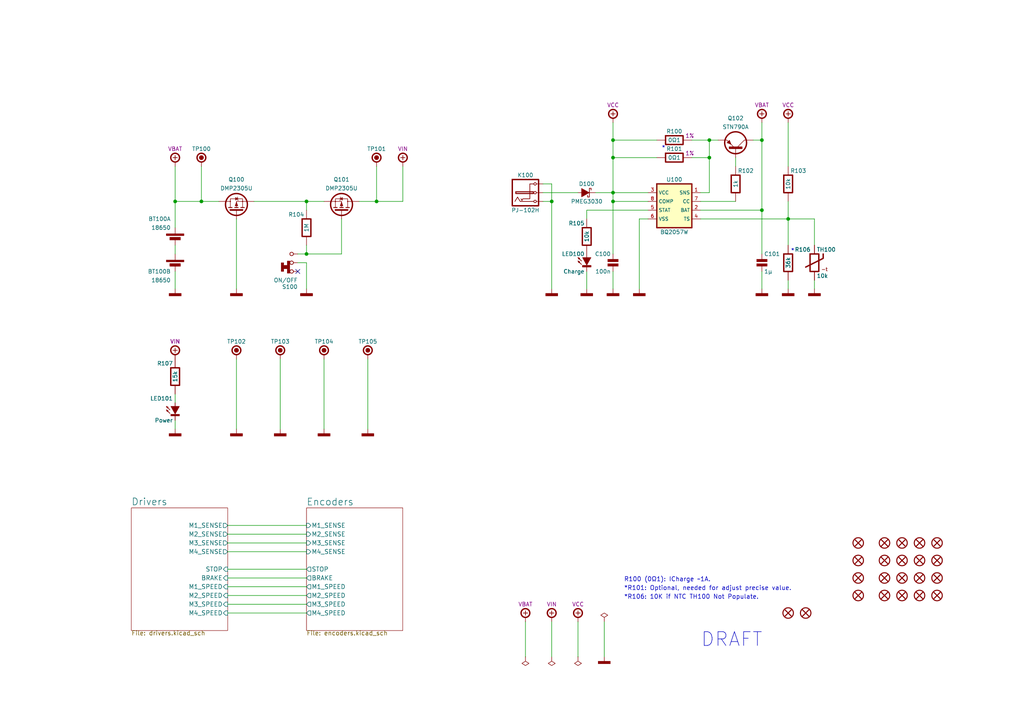
<source format=kicad_sch>
(kicad_sch (version 20230121) (generator eeschema)
  (paper "A4")
  (title_block (title "Root & Motors Power") (date "01/2023") (rev "A") (comment 1 "TCAR Motor Board - L298P"))
  (lib_symbols
    (symbol "tronixio:CAPACITOR-1206-100N-50V-5P-X7R" (pin_numbers hide) (pin_names (offset 0) hide)
      (property "Reference" "C" (at 0.635 2.54 0))
      (property "Value" "100n" (at 0.635 -2.54 0))
      (symbol "CAPACITOR-1206-100N-50V-5P-X7R_0_1"
        (rectangle (start -1.524 -0.254) (end 1.524 -1.016) (stroke (width 0.001)) (fill (type outline)))
        (rectangle (start -1.524 1.016) (end 1.524 0.254) (stroke (width 0.001)) (fill (type outline)))
      )
      (symbol "CAPACITOR-1206-100N-50V-5P-X7R_1_1"
        (pin passive line (at 0 2.54 270) (length 1.905) (name "~") (number "1"))
        (pin passive line (at 0 -2.54 90) (length 1.905) (name "~") (number "2"))
      )
    )
    (symbol "tronixio:CAPACITOR-1206-1U-16V-10P-X7R" (pin_numbers hide) (pin_names (offset 0) hide)
      (property "Reference" "C" (at 0.635 2.54 0))
      (property "Value" "1µ" (at 0.635 -2.54 0))
      (symbol "CAPACITOR-1206-1U-16V-10P-X7R_0_1"
        (rectangle (start -1.524 -0.254) (end 1.524 -1.016) (stroke (width 0.001)) (fill (type outline)))
        (rectangle (start -1.524 1.016) (end 1.524 0.254) (stroke (width 0.001)) (fill (type outline)))
      )
      (symbol "CAPACITOR-1206-1U-16V-10P-X7R_1_1"
        (pin passive line (at 0 2.54 270) (length 1.905) (name "~") (number "1"))
        (pin passive line (at 0 -2.54 90) (length 1.905) (name "~") (number "2"))
      )
    )
    (symbol "tronixio:CUI-PJ-002AH-SMT-TR" (pin_numbers hide) (pin_names (offset 0) hide)
      (property "Reference" "K" (at 0 5.08 0))
      (property "Value" "PJ-102H" (at 0 -5.08 0))
      (symbol "CUI-PJ-002AH-SMT-TR_0_1"
        (rectangle (start -3.81 -3.81) (end 3.81 3.81) (stroke (width 0.4)))
        (rectangle (start -2.794 0.254) (end 2.286 -0.254) (stroke (width 0.3)))
        (polyline (pts (xy -3.048 -2.54) (xy -2.286 -1.27) (xy -1.524 -2.54) (xy 2.286 -2.54)) (stroke (width 0.2)))
        (polyline (pts (xy -1.27 -1.778) (xy -1.016 -2.286) (xy -0.762 -1.778) (xy 1.27 -1.778) (xy 1.27 2.54) (xy 2.286 2.54)) (stroke (width 0.2)))
        (circle (center 2.794 -2.54) (radius 0.3592) (stroke (width 0.2)))
        (circle (center 2.794 0) (radius 0.3592) (stroke (width 0.2)))
        (circle (center 2.794 2.54) (radius 0.3592) (stroke (width 0.2)))
      )
      (symbol "CUI-PJ-002AH-SMT-TR_1_1"
        (pin passive line (at 5.08 0 180) (length 1.905) (name "~") (number "1"))
        (pin passive line (at 5.08 -2.54 180) (length 1.905) (name "~") (number "2"))
        (pin passive line (at 5.08 2.54 180) (length 1.905) (name "~") (number "3"))
      )
    )
    (symbol "tronixio:DIODES-DMP2305U-SOT" (pin_numbers hide) (pin_names (offset 0) hide)
      (property "Reference" "Q" (at 5.08 1.27 0))
      (property "Value" "DMP2305U" (at 5.08 -1.27 0))
      (symbol "DIODES-DMP2305U-SOT_0_1"
        (rectangle (start -0.127 -1.905) (end 0.254 1.905) (stroke (width 0.001)) (fill (type outline)))
        (polyline (pts (xy 0.762 -1.27) (xy 0.762 -2.286)) (stroke (width 0.254)))
        (polyline (pts (xy 0.762 0) (xy 2.54 0)) (stroke (width 0.15)))
        (polyline (pts (xy 0.762 0.508) (xy 0.762 -0.508)) (stroke (width 0.254)))
        (polyline (pts (xy 0.762 2.286) (xy 0.762 1.27)) (stroke (width 0.254)))
        (polyline (pts (xy 0.762 1.778) (xy 3.302 1.778) (xy 3.302 -1.778) (xy 0.762 -1.778)))
        (polyline (pts (xy 2.286 0) (xy 1.27 0.381) (xy 1.27 -0.381) (xy 2.286 0)) (fill (type outline)))
        (polyline (pts (xy 2.794 -0.508) (xy 2.921 -0.381) (xy 3.683 -0.381) (xy 3.81 -0.254)))
        (polyline (pts (xy 3.302 -0.381) (xy 2.921 0.254) (xy 3.683 0.254) (xy 3.302 -0.381)) (fill (type outline)))
        (circle (center 1.651 0) (radius 3.175) (stroke (width 0.4)))
        (circle (center 2.54 -1.778) (radius 0.127) (stroke (width 0.12)))
        (circle (center 2.54 1.778) (radius 0.127) (stroke (width 0.12)))
      )
      (symbol "DIODES-DMP2305U-SOT_1_1"
        (pin passive line (at -2.54 0 0) (length 2.54) (name "G") (number "1"))
        (pin passive line (at 2.54 -5.08 90) (length 5.08) (name "S") (number "2"))
        (pin passive line (at 2.54 5.08 270) (length 3.3) (name "D") (number "3"))
      )
    )
    (symbol "tronixio:E-SWITCH-200USP1T1A1M6RE" (pin_numbers hide) (pin_names (offset 0) hide)
      (property "Reference" "S" (at 0 8.89 0))
      (property "Value" "E-SWITCH-200USP1T1A1M6RE" (at 0 6.35 0))
      (symbol "E-SWITCH-200USP1T1A1M6RE_0_1"
        (rectangle (start -3.048 3.048) (end 0.508 2.286) (stroke (width 0.001)) (fill (type outline)))
        (circle (center -2.54 1.778) (radius 0.508) (stroke (width 0.2)))
        (rectangle (start -2.54 4.826) (end 0 4.064) (stroke (width 0.001)) (fill (type outline)))
        (rectangle (start -1.778 3.048) (end -0.762 4.064) (stroke (width 0.001)) (fill (type outline)))
        (circle (center 0 1.778) (radius 0.508) (stroke (width 0.2)))
        (circle (center 2.54 1.778) (radius 0.508) (stroke (width 0.2)))
        (pin passive line (at -2.54 0 90) (length 1.27) (name "1") (number "1"))
        (pin passive line (at 0 0 90) (length 1.27) (name "2") (number "2"))
        (pin passive line (at 2.54 0 90) (length 1.27) (name "3") (number "3"))
        (pin no_connect line (at 5.08 0 90) (length 0) hide (name "~") (number "4"))
        (pin no_connect line (at 7.62 0 90) (length 0) hide (name "~") (number "5"))
      )
    )
    (symbol "tronixio:HARWIN-S1751" (pin_numbers hide) (pin_names (offset 0) hide)
      (property "Reference" "TP" (at 0 5.08 0))
      (symbol "HARWIN-S1751_0_1"
        (circle (center 0 2.54) (radius 0.635) (stroke (width 0.001)) (fill (type outline)))
        (circle (center 0 2.54) (radius 1.27) (stroke (width 0.4)))
      )
      (symbol "HARWIN-S1751_1_1"
        (pin passive line (at 0 0 90) (length 1.27) (name "1") (number "1"))
      )
    )
    (symbol "tronixio:KEYSTONE-1049" (pin_numbers hide) (pin_names (offset 0) hide)
      (property "Reference" "BT" (at -1.27 2.54 0))
      (property "Value" "18650" (at -1.27 -2.54 0))
      (symbol "KEYSTONE-1049_0_1"
        (rectangle (start -2.54 0.762) (end 2.54 0.254) (fill (type outline)))
        (rectangle (start -1.524 -0.254) (end 1.524 -1.016) (fill (type outline)))
      )
      (symbol "KEYSTONE-1049_1_1"
        (pin passive line (at 0 -2.54 90) (length 1.905) (name "-") (number "1"))
        (pin passive line (at 0 2.54 270) (length 1.905) (name "+") (number "2"))
      )
      (symbol "KEYSTONE-1049_2_1"
        (pin passive line (at 0 -2.54 90) (length 1.905) (name "-") (number "3"))
        (pin passive line (at 0 2.54 270) (length 1.905) (name "+") (number "4"))
      )
    )
    (symbol "tronixio:KINGBRIGHT-LED-1206-RED" (pin_numbers hide) (pin_names (offset 0) hide)
      (property "Reference" "LED" (at 0 3.81 0))
      (property "Value" "RED" (at 0 -2.54 0))
      (symbol "KINGBRIGHT-LED-1206-RED_0_1"
        (rectangle (start -1.27 1.27) (end -0.762 -1.27) (stroke (width 0.001)) (fill (type outline)))
        (polyline (pts (xy 1.524 -1.27) (xy 1.524 1.27) (xy -0.762 0) (xy 1.524 -1.27)) (stroke (width 0.001)) (fill (type outline)))
        (polyline (pts (xy -0.508 1.524) (xy 0.508 2.54) (xy 0.254 2.032) (xy 0 2.286) (xy 0.508 2.54)) (stroke (width 0.2)))
        (polyline (pts (xy 0.508 1.524) (xy 1.524 2.54) (xy 1.27 2.032) (xy 1.016 2.286) (xy 1.524 2.54)) (stroke (width 0.2)))
      )
      (symbol "KINGBRIGHT-LED-1206-RED_1_1"
        (pin passive line (at -2.54 0 0) (length 1.27) (name "C") (number "1"))
        (pin passive line (at 2.54 0 180) (length 1.27) (name "A") (number "2"))
      )
    )
    (symbol "tronixio:MOUNTING-HOLE-3.5MM" (pin_numbers hide) (pin_names (offset 0) hide)
      (symbol "MOUNTING-HOLE-3.5MM_0_1"
        (polyline (pts (xy -1.016 -1.016) (xy 1.016 1.016)) (stroke (width 0.3)))
        (polyline (pts (xy 1.016 -1.016) (xy -1.016 1.016)) (stroke (width 0.3)))
        (circle (center 0 0) (radius 1.524) (stroke (width 0.3)))
      )
    )
    (symbol "tronixio:MOUNTING-HOLE-3MM-MASK" (pin_numbers hide) (pin_names (offset 0) hide)
      (symbol "MOUNTING-HOLE-3MM-MASK_0_1"
        (polyline (pts (xy -1.016 -1.016) (xy 1.016 1.016)) (stroke (width 0.3)))
        (polyline (pts (xy 1.016 -1.016) (xy -1.016 1.016)) (stroke (width 0.3)))
        (circle (center 0 0) (radius 1.524) (stroke (width 0.3)))
      )
    )
    (symbol "tronixio:NEXPERIA-PMEG3030" (pin_numbers hide) (pin_names (offset 0) hide)
      (property "Reference" "D" (at 0 2.54 0))
      (property "Value" "PMEG3030" (at 0 -2.54 0))
      (symbol "NEXPERIA-PMEG3030_0_1"
        (polyline (pts (xy 1.524 -1.27) (xy 1.524 1.27) (xy -0.762 0) (xy 1.524 -1.27)) (stroke (width 0.001)) (fill (type outline)))
        (polyline (pts (xy -0.254 -0.762) (xy -0.254 -1.27) (xy -0.762 -1.27) (xy -0.762 1.27) (xy -1.27 1.27) (xy -1.27 0.762)) (stroke (width 0.2)))
      )
      (symbol "NEXPERIA-PMEG3030_1_1"
        (pin passive line (at -2.54 0 0) (length 1.905) (name "C") (number "1"))
        (pin passive line (at 2.54 0 180) (length 1.27) (name "A") (number "2"))
      )
    )
    (symbol "tronixio:OSHW-5MM" (pin_numbers hide) (pin_names (offset 0) hide)
      (symbol "OSHW-5MM_0_1"
        (polyline (pts (xy -1.016 -1.016) (xy 1.016 1.016)) (stroke (width 0.3)))
        (polyline (pts (xy 1.016 -1.016) (xy -1.016 1.016)) (stroke (width 0.3)))
        (circle (center 0 0) (radius 1.524) (stroke (width 0.3)))
      )
    )
    (symbol "tronixio:POWER-+VBAT" (power) (pin_numbers hide) (pin_names (offset 0) hide)
      (property "Name" "VBAT" (at 0 5.08 0))
      (symbol "POWER-+VBAT_0_1"
        (polyline (pts (xy -0.635 2.54) (xy 0.635 2.54)) (stroke (width 0.2)))
        (polyline (pts (xy 0 1.905) (xy 0 3.175)) (stroke (width 0.2)))
        (circle (center 0 2.54) (radius 1.27) (stroke (width 0.4)))
      )
      (symbol "POWER-+VBAT_1_1"
        (pin power_in line (at 0 0 90) (length 1.27) (name "+VBAT") (number "1"))
      )
    )
    (symbol "tronixio:POWER-+VCC" (power) (pin_numbers hide) (pin_names (offset 0) hide)
      (property "Name" "VCC" (at 0 5.08 0))
      (symbol "POWER-+VCC_0_1"
        (polyline (pts (xy -0.635 2.54) (xy 0.635 2.54)) (stroke (width 0.2)))
        (polyline (pts (xy 0 1.905) (xy 0 3.175)) (stroke (width 0.2)))
        (circle (center 0 2.54) (radius 1.27) (stroke (width 0.4)))
      )
      (symbol "POWER-+VCC_1_1"
        (pin power_in line (at 0 0 90) (length 1.27) (name "+VCC") (number "1"))
      )
    )
    (symbol "tronixio:POWER-+VIN" (power) (pin_numbers hide) (pin_names (offset 0) hide)
      (property "Name" "VIN" (at 0 5.08 0))
      (symbol "POWER-+VIN_0_1"
        (polyline (pts (xy -0.635 2.54) (xy 0.635 2.54)) (stroke (width 0.2)))
        (polyline (pts (xy 0 1.905) (xy 0 3.175)) (stroke (width 0.2)))
        (circle (center 0 2.54) (radius 1.27) (stroke (width 0.4)))
      )
      (symbol "POWER-+VIN_1_1"
        (pin power_in line (at 0 0 90) (length 1.27) (name "+VIN") (number "1"))
      )
    )
    (symbol "tronixio:POWER-FLAG" (power) (pin_numbers hide) (pin_names (offset 0) hide)
      (symbol "POWER-FLAG_0_0"
        (pin power_out line (at 0 0 90) (length 0) (name "pwr") (number "1"))
      )
      (symbol "POWER-FLAG_0_1"
        (polyline (pts (xy 0 0) (xy 0 1.27) (xy -1.016 1.905) (xy 0 2.54) (xy 1.016 1.905) (xy 0 1.27)))
      )
    )
    (symbol "tronixio:POWER-GND" (power) (pin_numbers hide) (pin_names (offset 0) hide)
      (symbol "POWER-GND_0_1"
        (rectangle (start -1.778 -2.032) (end 1.778 -1.27) (stroke (width 0.001)) (fill (type outline)))
      )
      (symbol "POWER-GND_1_1"
        (pin power_in line (at 0 0 270) (length 1.27) (name "GND") (number "1"))
      )
    )
    (symbol "tronixio:RESISTOR-1206-10K-5P" (pin_numbers hide) (pin_names (offset 0) hide)
      (property "Reference" "R" (at 0.635 3.81 0))
      (property "Value" "10k" (at 0 0 90))
      (symbol "RESISTOR-1206-10K-5P_0_1"
        (rectangle (start -1.27 -2.54) (end 1.27 2.54) (stroke (width 0.4)))
      )
      (symbol "RESISTOR-1206-10K-5P_1_1"
        (pin passive line (at 0 5.08 270) (length 2.54) (name "~") (number "1"))
        (pin passive line (at 0 -5.08 90) (length 2.54) (name "~") (number "2"))
      )
    )
    (symbol "tronixio:RESISTOR-1206-15K-5P" (pin_numbers hide) (pin_names (offset 0) hide)
      (property "Reference" "R" (at 0.635 3.81 0))
      (property "Value" "15k" (at 0 0 90))
      (symbol "RESISTOR-1206-15K-5P_0_1"
        (rectangle (start -1.27 -2.54) (end 1.27 2.54) (stroke (width 0.4)))
      )
      (symbol "RESISTOR-1206-15K-5P_1_1"
        (pin passive line (at 0 5.08 270) (length 2.54) (name "~") (number "1"))
        (pin passive line (at 0 -5.08 90) (length 2.54) (name "~") (number "2"))
      )
    )
    (symbol "tronixio:RESISTOR-1206-1K-5P" (pin_numbers hide) (pin_names (offset 0) hide)
      (property "Reference" "R" (at 0 3.81 0))
      (property "Value" "1k" (at 0 0 90))
      (symbol "RESISTOR-1206-1K-5P_0_1"
        (rectangle (start -1.27 -2.54) (end 1.27 2.54) (stroke (width 0.4)))
      )
      (symbol "RESISTOR-1206-1K-5P_1_1"
        (pin passive line (at 0 5.08 270) (length 2.54) (name "~") (number "1"))
        (pin passive line (at 0 -5.08 90) (length 2.54) (name "~") (number "2"))
      )
    )
    (symbol "tronixio:RESISTOR-1206-1M-5P" (pin_numbers hide) (pin_names (offset 0) hide)
      (property "Reference" "R" (at 0.635 3.81 0))
      (property "Value" "1M" (at 0 0 90))
      (symbol "RESISTOR-1206-1M-5P_0_1"
        (rectangle (start -1.27 -2.54) (end 1.27 2.54) (stroke (width 0.4)))
      )
      (symbol "RESISTOR-1206-1M-5P_1_1"
        (pin passive line (at 0 5.08 270) (length 2.54) (name "~") (number "1"))
        (pin passive line (at 0 -5.08 90) (length 2.54) (name "~") (number "2"))
      )
    )
    (symbol "tronixio:RESISTOR-1206-36K-5P" (pin_numbers hide) (pin_names (offset 0) hide)
      (property "Reference" "R" (at 0.635 3.81 0))
      (property "Value" "36k" (at 0 0 90))
      (symbol "RESISTOR-1206-36K-5P_0_1"
        (rectangle (start -1.27 -2.54) (end 1.27 2.54) (stroke (width 0.4)))
      )
      (symbol "RESISTOR-1206-36K-5P_1_1"
        (pin passive line (at 0 5.08 270) (length 2.54) (name "~") (number "1"))
        (pin passive line (at 0 -5.08 90) (length 2.54) (name "~") (number "2"))
      )
    )
    (symbol "tronixio:RESISTOR-1210-0R1-1P" (pin_numbers hide) (pin_names (offset 0) hide)
      (property "Reference" "R" (at 0.635 3.81 0))
      (property "Value" "0Ω1" (at 0 0 90))
      (property "Tolerance" "1%" (at 0.635 -3.81 0))
      (symbol "RESISTOR-1210-0R1-1P_0_1"
        (rectangle (start -1.27 -2.54) (end 1.27 2.54) (stroke (width 0.4)))
      )
      (symbol "RESISTOR-1210-0R1-1P_1_1"
        (pin passive line (at 0 5.08 270) (length 2.54) (name "~") (number "1"))
        (pin passive line (at 0 -5.08 90) (length 2.54) (name "~") (number "2"))
      )
    )
    (symbol "tronixio:ST-STN790A-SOT-223" (pin_numbers hide) (pin_names (offset 0) hide)
      (property "Reference" "Q" (at 5.08 1.27 0))
      (property "Value" "STN790A" (at 5.08 -1.27 0))
      (symbol "ST-STN790A-SOT-223_0_1"
        (polyline (pts (xy 0.635 0.635) (xy 2.54 2.54)))
        (polyline (pts (xy 0.635 -0.635) (xy 2.54 -2.54) (xy 2.54 -2.54)))
        (polyline (pts (xy 1.27 -1.27) (xy 2.54 -1.778) (xy 1.778 -2.54) (xy 1.27 -1.27)) (stroke (width 0.001)) (fill (type outline)))
        (rectangle (start 0 1.905) (end 0.635 -1.905) (stroke (width 0.1)) (fill (type outline)))
        (circle (center 1.778 0) (radius 3.175) (stroke (width 0.4)))
      )
      (symbol "ST-STN790A-SOT-223_1_1"
        (pin passive line (at -2.54 0 0) (length 2.54) (name "B") (number "1"))
        (pin passive line (at 2.54 5.08 270) (length 2.54) (name "C") (number "2"))
        (pin passive line (at 2.54 -5.08 90) (length 2.54) (name "E") (number "3"))
      )
    )
    (symbol "tronixio:THERMISTOR-NTC-10K" (pin_numbers hide) (pin_names (offset 0) hide)
      (property "Reference" "TH" (at 0.635 3.81 0))
      (property "Value" "10k" (at 0.635 -3.81 0))
      (symbol "THERMISTOR-NTC-10K_0_0"
        (text "-t" (at -1.905 -1.905 0) (effects (font (size 1 1)) (justify right)))
      )
      (symbol "THERMISTOR-NTC-10K_0_1"
        (rectangle (start -1.27 -2.54) (end 1.27 2.54) (stroke (width 0.4)))
        (polyline (pts (xy -2.54 2.54) (xy -2.54 1.27) (xy 2.54 -1.27)) (stroke (width 0.4)))
      )
      (symbol "THERMISTOR-NTC-10K_1_1"
        (pin passive line (at 0 5.08 270) (length 2.54) (name "~") (number "1"))
        (pin passive line (at 0 -5.08 90) (length 2.54) (name "~") (number "2"))
      )
    )
    (symbol "tronixio:TI-BQ2057W-SOIC" (pin_names (offset 0.5))
      (property "Reference" "U" (at 7.62 3.81 0))
      (property "Value" "BQ2057W" (at 7.62 -11.43 0))
      (symbol "TI-BQ2057W-SOIC_0_1"
        (rectangle (start 2.54 2.54) (end 12.7 -10.16) (stroke (width 0.4)) (fill (type background)))
      )
      (symbol "TI-BQ2057W-SOIC_1_1"
        (pin input line (at 15.24 0 180) (length 2.54) (name "SNS") (number "1"))
        (pin input line (at 15.24 -5.08 180) (length 2.54) (name "BAT") (number "2"))
        (pin power_in line (at 0 0 0) (length 2.54) (name "VCC") (number "3"))
        (pin input line (at 15.24 -7.62 180) (length 2.54) (name "TS") (number "4"))
        (pin open_collector line (at 0 -5.08 0) (length 2.54) (name "STAT") (number "5"))
        (pin power_in line (at 0 -7.62 0) (length 2.54) (name "VSS") (number "6"))
        (pin output line (at 15.24 -2.54 180) (length 2.54) (name "CC") (number "7"))
        (pin input line (at 0 -2.54 0) (length 2.54) (name "COMP") (number "8"))
      )
    )
  )
  (junction (at 177.8 40.64) (diameter 0.9144))
  (junction (at 228.6 63.5) (diameter 0.9144))
  (junction (at 160.02 58.42) (diameter 0.9144))
  (junction (at 205.74 40.64) (diameter 0.9144))
  (junction (at 88.9 73.66) (diameter 0.9144))
  (junction (at 177.8 45.72) (diameter 0.9144))
  (junction (at 109.22 58.42))
  (junction (at 88.9 58.42) (diameter 0.9144))
  (junction (at 50.8 58.42) (diameter 0.9144))
  (junction (at 205.74 45.72) (diameter 0.9144))
  (junction (at 58.42 58.42))
  (junction (at 220.98 40.64) (diameter 0.9144))
  (junction (at 177.8 55.88) (diameter 0.9144))
  (junction (at 220.98 60.96) (diameter 0.9144))
  (junction (at 177.8 58.42) (diameter 0.9144))
  (no_connect (at 86.36 78.74))
  (wire (pts (xy 58.42 58.42) (xy 63.5 58.42)))
  (wire (pts (xy 88.9 76.2) (xy 88.9 83.82)))
  (wire (pts (xy 203.2 60.96) (xy 220.98 60.96)))
  (wire (pts (xy 160.02 58.42) (xy 160.02 83.82)))
  (wire (pts (xy 157.48 55.88) (xy 167.64 55.88)))
  (wire (pts (xy 205.74 45.72) (xy 205.74 55.88)))
  (wire (pts (xy 157.48 58.42) (xy 160.02 58.42)))
  (wire (pts (xy 50.8 121.92) (xy 50.8 124.46)))
  (wire (pts (xy 88.9 58.42) (xy 88.9 60.96)))
  (wire (pts (xy 58.42 48.26) (xy 58.42 58.42)))
  (wire (pts (xy 66.04 172.72) (xy 88.9 172.72)))
  (wire (pts (xy 213.36 45.72) (xy 213.36 48.26)))
  (wire (pts (xy 228.6 63.5) (xy 228.6 71.12)))
  (wire (pts (xy 177.8 78.74) (xy 177.8 83.82)))
  (wire (pts (xy 177.8 45.72) (xy 177.8 55.88)))
  (wire (pts (xy 177.8 55.88) (xy 187.96 55.88)))
  (wire (pts (xy 167.64 180.34) (xy 167.64 190.5)))
  (wire (pts (xy 152.4 180.34) (xy 152.4 190.5)))
  (wire (pts (xy 68.58 63.5) (xy 68.58 83.82)))
  (wire (pts (xy 220.98 35.56) (xy 220.98 40.64)))
  (wire (pts (xy 200.66 40.64) (xy 205.74 40.64)))
  (wire (pts (xy 228.6 58.42) (xy 228.6 63.5)))
  (wire (pts (xy 50.8 48.26) (xy 50.8 58.42)))
  (wire (pts (xy 99.06 63.5) (xy 99.06 73.66)))
  (wire (pts (xy 66.04 177.8) (xy 88.9 177.8)))
  (wire (pts (xy 50.8 114.3) (xy 50.8 116.84)))
  (wire (pts (xy 73.66 58.42) (xy 88.9 58.42)))
  (wire (pts (xy 81.28 104.14) (xy 81.28 124.46)))
  (wire (pts (xy 106.68 104.14) (xy 106.68 124.46)))
  (wire (pts (xy 205.74 45.72) (xy 205.74 40.64)))
  (wire (pts (xy 203.2 55.88) (xy 205.74 55.88)))
  (wire (pts (xy 228.6 35.56) (xy 228.6 48.26)))
  (wire (pts (xy 66.04 152.4) (xy 88.9 152.4)))
  (wire (pts (xy 116.84 48.26) (xy 116.84 58.42)))
  (wire (pts (xy 104.14 58.42) (xy 109.22 58.42)))
  (wire (pts (xy 66.04 170.18) (xy 88.9 170.18)))
  (wire (pts (xy 170.18 78.74) (xy 170.18 83.82)))
  (wire (pts (xy 109.22 58.42) (xy 116.84 58.42)))
  (wire (pts (xy 160.02 53.34) (xy 160.02 58.42)))
  (wire (pts (xy 236.22 71.12) (xy 236.22 63.5)))
  (wire (pts (xy 66.04 165.1) (xy 88.9 165.1)))
  (wire (pts (xy 236.22 81.28) (xy 236.22 83.82)))
  (wire (pts (xy 109.22 48.26) (xy 109.22 58.42)))
  (wire (pts (xy 66.04 167.64) (xy 88.9 167.64)))
  (wire (pts (xy 203.2 63.5) (xy 228.6 63.5)))
  (wire (pts (xy 177.8 40.64) (xy 190.5 40.64)))
  (wire (pts (xy 177.8 45.72) (xy 190.5 45.72)))
  (wire (pts (xy 66.04 175.26) (xy 88.9 175.26)))
  (wire (pts (xy 177.8 35.56) (xy 177.8 40.64)))
  (wire (pts (xy 88.9 71.12) (xy 88.9 73.66)))
  (wire (pts (xy 187.96 60.96) (xy 170.18 60.96)))
  (wire (pts (xy 218.44 40.64) (xy 220.98 40.64)))
  (wire (pts (xy 228.6 81.28) (xy 228.6 83.82)))
  (wire (pts (xy 88.9 58.42) (xy 93.98 58.42)))
  (wire (pts (xy 86.36 73.66) (xy 88.9 73.66)))
  (wire (pts (xy 177.8 58.42) (xy 187.96 58.42)))
  (wire (pts (xy 185.42 63.5) (xy 187.96 63.5)))
  (wire (pts (xy 203.2 58.42) (xy 213.36 58.42)))
  (wire (pts (xy 66.04 160.02) (xy 88.9 160.02)))
  (wire (pts (xy 50.8 58.42) (xy 50.8 66.04)))
  (wire (pts (xy 177.8 58.42) (xy 177.8 73.66)))
  (wire (pts (xy 205.74 40.64) (xy 208.28 40.64)))
  (wire (pts (xy 185.42 63.5) (xy 185.42 83.82)))
  (wire (pts (xy 220.98 60.96) (xy 220.98 73.66)))
  (wire (pts (xy 157.48 53.34) (xy 160.02 53.34)))
  (wire (pts (xy 50.8 78.74) (xy 50.8 83.82)))
  (wire (pts (xy 50.8 71.12) (xy 50.8 73.66)))
  (wire (pts (xy 177.8 55.88) (xy 177.8 58.42)))
  (wire (pts (xy 68.58 104.14) (xy 68.58 124.46)))
  (wire (pts (xy 66.04 154.94) (xy 88.9 154.94)))
  (wire (pts (xy 177.8 40.64) (xy 177.8 45.72)))
  (wire (pts (xy 172.72 55.88) (xy 177.8 55.88)))
  (wire (pts (xy 175.26 180.34) (xy 175.26 190.5)))
  (wire (pts (xy 228.6 63.5) (xy 236.22 63.5)))
  (wire (pts (xy 170.18 60.96) (xy 170.18 63.5)))
  (wire (pts (xy 50.8 58.42) (xy 58.42 58.42)))
  (wire (pts (xy 200.66 45.72) (xy 205.74 45.72)))
  (wire (pts (xy 66.04 157.48) (xy 88.9 157.48)))
  (wire (pts (xy 220.98 78.74) (xy 220.98 83.82)))
  (wire (pts (xy 88.9 73.66) (xy 99.06 73.66)))
  (wire (pts (xy 86.36 76.2) (xy 88.9 76.2)))
  (wire (pts (xy 220.98 40.64) (xy 220.98 60.96)))
  (wire (pts (xy 160.02 180.34) (xy 160.02 190.5)))
  (wire (pts (xy 93.98 104.14) (xy 93.98 124.46)))
  (text "DRAFT" (at 203.2 187.96 0) (effects (font (size 4 4)) (justify left bottom)))
  (text "*R101: Optional, needed for adjust precise value." (at 180.975 171.45 0) (effects (font (size 1.27 1.27)) (justify left bottom)))
  (text "*" (at 230.505 73.66 0) (effects (font (size 1.27 1.27)) (justify right bottom)))
  (text "*R106: 10K if NTC TH100 Not Populate." (at 180.975 173.99 0) (effects (font (size 1.27 1.27)) (justify left bottom)))
  (text "R100 (0Ω1): ICharge ~1A." (at 180.975 168.91 0) (effects (font (size 1.27 1.27)) (justify left bottom)))
  (text "*" (at 193.04 43.815 0) (effects (font (size 1.27 1.27)) (justify right bottom)))
  (symbol (lib_id "tronixio:MOUNTING-HOLE-3MM-MASK") (at 271.78 157.48 0) (unit 1)
    (property "Reference" "H104" (effects hide))
    (property "Value" "MOUNTING-HOLE-3MM-MASK" (effects hide))
    (property "Footprint" "tronixio:MOUNTING-HOLE-3MM-MASK" (effects hide))
  )
  (symbol (lib_id "tronixio:HARWIN-S1751") (at 106.68 104.14 0) (unit 1)
    (property "Reference" "TP105" (at 106.68 99.06 0) (effects (font (size 1.15 1.15))))
    (property "Value" "HARWIN-S1751" (effects hide))
    (property "Footprint" "tronixio:HARWIN-S1751" (effects hide))
    (property "Datasheet" "https://www.harwin.com/products/S1751-46/" (effects hide))
    (property "Mouser" "855-S1751-46" (effects hide))
  )
  (symbol (lib_id "tronixio:POWER-GND") (at 177.8 83.82 0) (unit 1)
    (property "Reference" "#PWR0102" (effects hide))
    (property "Value" "POWER-GND" (effects hide))
  )
  (symbol (lib_id "tronixio:POWER-GND") (at 68.58 83.82 0) (unit 1)
    (property "Reference" "#PWR0119" (effects hide))
    (property "Value" "POWER-GND" (effects hide))
  )
  (symbol (lib_id "tronixio:HARWIN-S1751") (at 109.22 48.26 0) (unit 1)
    (property "Reference" "TP101" (at 109.22 43.18 0) (effects (font (size 1.15 1.15))))
    (property "Value" "HARWIN-S1751" (effects hide))
    (property "Footprint" "tronixio:HARWIN-S1751" (effects hide))
    (property "Datasheet" "https://www.harwin.com/products/S1751-46/" (effects hide))
    (property "Mouser" "855-S1751-46" (effects hide))
  )
  (symbol (lib_id "tronixio:DIODES-DMP2305U-SOT") (at 68.58 60.96 90) (unit 1)
    (property "Reference" "Q100" (at 68.58 52.07 90) (effects (font (size 1.15 1.15))))
    (property "Value" "DMP2305U" (at 68.58 54.61 90) (effects (font (size 1.15 1.15))))
    (property "Footprint" "tronixio:SOT-23-3" (effects hide))
    (property "Datasheet" "https://www.diodes.com/part/view/DMP2305U" (effects hide))
    (property "Mouser" "621-DMP2305U-7" (effects hide))
  )
  (symbol (lib_id "tronixio:OSHW-5MM") (at 228.6 177.8 0) (unit 1)
    (property "Reference" "X101" (effects hide))
    (property "Value" "OSHW-5MM" (effects hide))
    (property "Footprint" "tronixio:OSHW-5MM" (effects hide))
  )
  (symbol (lib_id "tronixio:MOUNTING-HOLE-3MM-MASK") (at 256.54 162.56 0) (unit 1)
    (property "Reference" "H105" (effects hide))
    (property "Value" "MOUNTING-HOLE-3MM-MASK" (effects hide))
    (property "Footprint" "tronixio:MOUNTING-HOLE-3MM-MASK" (effects hide))
  )
  (symbol (lib_id "tronixio:E-SWITCH-200USP1T1A1M6RE") (at 86.36 76.2 90) (unit 1)
    (property "Reference" "S100" (at 86.36 83.185 90) (effects (font (size 1.15 1.15)) (justify left)))
    (property "Value" "ON/OFF" (at 86.36 81.28 90) (effects (font (size 1.15 1.15)) (justify left)))
    (property "Footprint" "tronixio:E-SWITCH-200USPXT1A1M6RE" (effects hide))
    (property "Datasheet" "http://spec_sheets.e-switch.com/specs/T250001.pdf" (effects hide))
    (property "Mouser" "612-200USP1T1A1M6RE" (effects hide))
  )
  (symbol (lib_id "tronixio:MOUNTING-HOLE-3MM-MASK") (at 271.78 172.72 0) (unit 1)
    (property "Reference" "H116" (effects hide))
    (property "Value" "MOUNTING-HOLE-3MM-MASK" (effects hide))
    (property "Footprint" "tronixio:MOUNTING-HOLE-3MM-MASK" (effects hide))
  )
  (symbol (lib_id "tronixio:POWER-FLAG") (at 152.4 190.5 180) (unit 1)
    (property "Reference" "#FLG0104" (effects hide))
    (property "Value" "POWER-FLAG" (effects hide))
  )
  (symbol (lib_id "tronixio:POWER-GND") (at 50.8 124.46 0) (unit 1)
    (property "Reference" "#PWR0120" (effects hide))
    (property "Value" "POWER-GND" (effects hide))
  )
  (symbol (lib_id "tronixio:MOUNTING-HOLE-3.5MM") (at 248.92 162.56 0) (unit 1)
    (property "Reference" "H118" (effects hide))
    (property "Value" "MOUNTING-HOLE-3.5MM" (effects hide))
    (property "Footprint" "tronixio:MOUNTING-HOLE-3.5MM" (effects hide))
  )
  (symbol (lib_id "tronixio:ST-STN790A-SOT-223") (at 213.36 43.18 270) (mirror x) (unit 1)
    (property "Reference" "Q102" (at 213.36 34.29 90) (effects (font (size 1.15 1.15))))
    (property "Value" "STN790A" (at 213.36 36.83 90) (effects (font (size 1.15 1.15))))
    (property "Footprint" "tronixio:SOT-223-3" (effects hide))
    (property "Datasheet" "https://www.st.com/content/st_com/en/products/power-transistors/power-bipolar/lt-500v-transistors/stn790a.html" (effects hide))
    (property "Mouser" "511-STN790A" (effects hide))
  )
  (symbol (lib_id "tronixio:RESISTOR-1210-0R1-1P") (at 195.58 40.64 90) (unit 1)
    (property "Reference" "R100" (at 195.58 38.1 90) (effects (font (size 1.15 1.15))))
    (property "Value" "0Ω1" (at 195.58 40.64 90) (effects (font (size 1.15 1.15))))
    (property "Footprint" "tronixio:RESISTOR-SMD-1210" (effects hide))
    (property "Tolerance" "1%" (at 198.755 39.37 90) (effects (font (size 1.15 1.15)) (justify right)))
    (property "Mouser" "660-SR732ETTER100F" (effects hide))
  )
  (symbol (lib_id "tronixio:POWER-FLAG") (at 167.64 190.5 180) (unit 1)
    (property "Reference" "#FLG0101" (effects hide))
    (property "Value" "POWER-FLAG" (effects hide))
  )
  (symbol (lib_id "tronixio:KEYSTONE-1049") (at 50.8 76.2 0) (unit 2)
    (property "Reference" "BT100" (at 49.53 78.74 0) (effects (font (size 1.15 1.15)) (justify right)))
    (property "Value" "18650" (at 49.53 81.28 0) (effects (font (size 1.15 1.15)) (justify right)))
    (property "Footprint" "tronixio:KEYSTONE-1049" (effects hide))
    (property "Datasheet" "http://www.keyelco.com/product.cfm/product_id/921" (effects hide))
    (property "Mouser" "534-1049" (effects hide))
  )
  (symbol (lib_id "tronixio:MOUNTING-HOLE-3MM-MASK") (at 261.62 157.48 0) (unit 1)
    (property "Reference" "H102" (effects hide))
    (property "Value" "MOUNTING-HOLE-3MM-MASK" (effects hide))
    (property "Footprint" "tronixio:MOUNTING-HOLE-3MM-MASK" (effects hide))
  )
  (symbol (lib_id "tronixio:POWER-GND") (at 93.98 124.46 0) (unit 1)
    (property "Reference" "#PWR0114" (effects hide))
    (property "Value" "POWER-GND" (effects hide))
  )
  (symbol (lib_id "tronixio:MOUNTING-HOLE-3MM-MASK") (at 266.7 172.72 0) (unit 1)
    (property "Reference" "H115" (effects hide))
    (property "Value" "MOUNTING-HOLE-3MM-MASK" (effects hide))
    (property "Footprint" "tronixio:MOUNTING-HOLE-3MM-MASK" (effects hide))
  )
  (symbol (lib_id "tronixio:DIODES-DMP2305U-SOT") (at 99.06 60.96 270) (mirror x) (unit 1)
    (property "Reference" "Q101" (at 99.06 52.07 90) (effects (font (size 1.15 1.15))))
    (property "Value" "DMP2305U" (at 99.06 54.61 90) (effects (font (size 1.15 1.15))))
    (property "Footprint" "tronixio:SOT-23-3" (effects hide))
    (property "Datasheet" "https://www.diodes.com/part/view/DMP2305U" (effects hide))
    (property "Mouser" "621-DMP2305U-7" (effects hide))
  )
  (symbol (lib_id "tronixio:POWER-FLAG") (at 160.02 190.5 180) (unit 1)
    (property "Reference" "#FLG0103" (effects hide))
    (property "Value" "POWER-FLAG" (effects hide))
  )
  (symbol (lib_id "tronixio:NEXPERIA-PMEG3030") (at 170.18 55.88 0) (mirror y) (unit 1)
    (property "Reference" "D100" (at 170.18 53.34 0) (effects (font (size 1.15 1.15))))
    (property "Value" "PMEG3030" (at 170.18 58.42 0) (effects (font (size 1.15 1.15))))
    (property "Footprint" "tronixio:SOD-128" (effects hide))
    (property "Datasheet" "https://www.nexperia.com/search.html?q=pmeg3030&searchCategory=product" (effects hide))
    (property "Mouser" "771-PMEG3030EP115" (effects hide))
  )
  (symbol (lib_id "tronixio:KINGBRIGHT-LED-1206-RED") (at 50.8 119.38 90) (unit 1)
    (property "Reference" "LED101" (at 50.165 115.57 90) (effects (font (size 1.15 1.15)) (justify left)))
    (property "Value" "Power" (at 50.165 121.92 90) (effects (font (size 1.15 1.15)) (justify left)))
    (property "Footprint" "tronixio:LED-SMD-1206" (effects hide))
    (property "Datasheet" "http://www.kingbrightusa.com/images/catalog/SPEC/APT3216LSECK-J3-PRV.pdf" (effects hide))
    (property "Mouser" "604-APT3216LSECKJ3RV" (effects hide))
  )
  (symbol (lib_id "tronixio:MOUNTING-HOLE-3MM-MASK") (at 261.62 172.72 0) (unit 1)
    (property "Reference" "H114" (effects hide))
    (property "Value" "MOUNTING-HOLE-3MM-MASK" (effects hide))
    (property "Footprint" "tronixio:MOUNTING-HOLE-3MM-MASK" (effects hide))
  )
  (symbol (lib_id "tronixio:KEYSTONE-1049") (at 50.8 68.58 0) (unit 1)
    (property "Reference" "BT100" (at 49.53 63.5 0) (effects (font (size 1.15 1.15)) (justify right)))
    (property "Value" "18650" (at 49.53 66.04 0) (effects (font (size 1.15 1.15)) (justify right)))
    (property "Footprint" "tronixio:KEYSTONE-1049" (effects hide))
    (property "Datasheet" "http://www.keyelco.com/product.cfm/product_id/921" (effects hide))
    (property "Mouser" "534-1049" (effects hide))
  )
  (symbol (lib_id "tronixio:POWER-GND") (at 160.02 83.82 0) (unit 1)
    (property "Reference" "#PWR0111" (effects hide))
    (property "Value" "POWER-GND" (effects hide))
  )
  (symbol (lib_id "tronixio:MOUNTING-HOLE-3MM-MASK") (at 261.62 167.64 0) (unit 1)
    (property "Reference" "H110" (effects hide))
    (property "Value" "MOUNTING-HOLE-3MM-MASK" (effects hide))
    (property "Footprint" "tronixio:MOUNTING-HOLE-3MM-MASK" (effects hide))
  )
  (symbol (lib_id "tronixio:HARWIN-S1751") (at 58.42 48.26 0) (unit 1)
    (property "Reference" "TP100" (at 58.42 43.18 0) (effects (font (size 1.15 1.15))))
    (property "Value" "HARWIN-S1751" (effects hide))
    (property "Footprint" "tronixio:HARWIN-S1751" (effects hide))
    (property "Datasheet" "https://www.harwin.com/products/S1751-46/" (effects hide))
    (property "Mouser" "855-S1751-46" (effects hide))
  )
  (symbol (lib_id "tronixio:POWER-GND") (at 228.6 83.82 0) (unit 1)
    (property "Reference" "#PWR0123" (effects hide))
    (property "Value" "POWER-GND" (effects hide))
  )
  (symbol (lib_id "tronixio:CAPACITOR-1206-1U-16V-10P-X7R") (at 220.98 76.2 0) (unit 1)
    (property "Reference" "C101" (at 221.615 73.66 0) (effects (font (size 1.15 1.15)) (justify left)))
    (property "Value" "1µ" (at 221.615 78.74 0) (effects (font (size 1.15 1.15)) (justify left)))
    (property "Footprint" "tronixio:CAPACITOR-SMD-1206" (effects hide))
    (property "Voltage" "16V" (effects hide))
    (property "Tolerance" "10%" (effects hide))
    (property "Mouser" "80-C1206C105K4R" (effects hide))
  )
  (symbol (lib_id "tronixio:MOUNTING-HOLE-3.5MM") (at 248.92 167.64 0) (unit 1)
    (property "Reference" "H119" (effects hide))
    (property "Value" "MOUNTING-HOLE-3.5MM" (effects hide))
    (property "Footprint" "tronixio:MOUNTING-HOLE-3.5MM" (effects hide))
  )
  (symbol (lib_id "tronixio:POWER-GND") (at 175.26 190.5 0) (unit 1)
    (property "Reference" "#PWR0108" (effects hide))
    (property "Value" "POWER-GND" (effects hide))
  )
  (symbol (lib_id "tronixio:RESISTOR-1206-10K-5P") (at 228.6 53.34 0) (unit 1)
    (property "Reference" "R103" (at 229.235 49.53 0) (effects (font (size 1.15 1.15)) (justify left)))
    (property "Value" "10k" (at 228.6 53.34 90) (effects (font (size 1.15 1.15))))
    (property "Footprint" "tronixio:RESISTOR-SMD-1206" (effects hide))
    (property "Tolerance" "5%" (effects hide))
    (property "Mouser" "660-RK73B2BTTDD103J" (effects hide))
  )
  (symbol (lib_id "tronixio:OSHW-5MM") (at 233.68 177.8 0) (unit 1)
    (property "Reference" "X102" (effects hide))
    (property "Value" "OSHW-5MM" (effects hide))
    (property "Footprint" "tronixio:OSHW-5MM" (effects hide))
  )
  (symbol (lib_id "tronixio:POWER-GND") (at 106.68 124.46 0) (unit 1)
    (property "Reference" "#PWR0113" (effects hide))
    (property "Value" "POWER-GND" (effects hide))
  )
  (symbol (lib_id "tronixio:THERMISTOR-NTC-10K") (at 236.22 76.2 0) (mirror y) (unit 1)
    (property "Reference" "TH100" (at 236.855 72.39 0) (effects (font (size 1.15 1.15)) (justify right)))
    (property "Value" "10k" (at 236.855 80.01 0) (effects (font (size 1.15 1.15)) (justify right)))
    (property "Footprint" "tronixio:THERMISTOR-SMD" (effects hide))
    (property "Datasheet" "http://www.vishay.com/product?docid=29154" (effects hide))
    (property "Mouser" "594-NTCLE213E3103FL" (effects hide))
  )
  (symbol (lib_id "tronixio:RESISTOR-1206-15K-5P") (at 50.8 109.22 180) (unit 1)
    (property "Reference" "R107" (at 50.165 105.41 0) (effects (font (size 1.15 1.15)) (justify left)))
    (property "Value" "15k" (at 50.8 109.22 90) (effects (font (size 1.15 1.15))))
    (property "Footprint" "tronixio:RESISTOR-SMD-1206" (effects hide))
    (property "Tolerance" "5%" (effects hide))
    (property "Mouser" "660-RK73B2BTTDD153J" (effects hide))
  )
  (symbol (lib_id "tronixio:MOUNTING-HOLE-3.5MM") (at 248.92 172.72 0) (unit 1)
    (property "Reference" "H120" (effects hide))
    (property "Value" "MOUNTING-HOLE-3.5MM" (effects hide))
    (property "Footprint" "tronixio:MOUNTING-HOLE-3.5MM" (effects hide))
  )
  (symbol (lib_id "tronixio:MOUNTING-HOLE-3MM-MASK") (at 261.62 162.56 0) (unit 1)
    (property "Reference" "H106" (effects hide))
    (property "Value" "MOUNTING-HOLE-3MM-MASK" (effects hide))
    (property "Footprint" "tronixio:MOUNTING-HOLE-3MM-MASK" (effects hide))
  )
  (symbol (lib_id "tronixio:POWER-+VCC") (at 167.64 180.34 0) (unit 1)
    (property "Reference" "#PWR0107" (effects hide))
    (property "Value" "POWER-+VCC" (effects hide))
    (property "Name" "VCC" (at 167.64 175.26 0) (effects (font (size 1.15 1.15))))
  )
  (symbol (lib_id "tronixio:MOUNTING-HOLE-3MM-MASK") (at 256.54 172.72 0) (unit 1)
    (property "Reference" "H113" (effects hide))
    (property "Value" "MOUNTING-HOLE-3MM-MASK" (effects hide))
    (property "Footprint" "tronixio:MOUNTING-HOLE-3MM-MASK" (effects hide))
  )
  (symbol (lib_id "tronixio:POWER-+VIN") (at 116.84 48.26 0) (unit 1)
    (property "Reference" "#PWR0105" (effects hide))
    (property "Value" "POWER-+VIN" (effects hide))
    (property "Name" "VIN" (at 116.84 43.18 0) (effects (font (size 1.15 1.15))))
  )
  (symbol (lib_id "tronixio:MOUNTING-HOLE-3MM-MASK") (at 266.7 157.48 0) (unit 1)
    (property "Reference" "H103" (effects hide))
    (property "Value" "MOUNTING-HOLE-3MM-MASK" (effects hide))
    (property "Footprint" "tronixio:MOUNTING-HOLE-3MM-MASK" (effects hide))
  )
  (symbol (lib_id "tronixio:RESISTOR-1206-1K-5P") (at 213.36 53.34 0) (unit 1)
    (property "Reference" "R102" (at 213.995 49.53 0) (effects (font (size 1.15 1.15)) (justify left)))
    (property "Value" "1k" (at 213.36 53.34 90) (effects (font (size 1.15 1.15))))
    (property "Footprint" "tronixio:RESISTOR-SMD-1206" (effects hide))
    (property "Tolerance" "5%" (effects hide))
    (property "Mouser" "660-RK73B2BTTDD102J" (effects hide))
  )
  (symbol (lib_id "tronixio:POWER-GND") (at 220.98 83.82 0) (unit 1)
    (property "Reference" "#PWR0121" (effects hide))
    (property "Value" "POWER-GND" (effects hide))
  )
  (symbol (lib_id "tronixio:POWER-GND") (at 68.58 124.46 0) (unit 1)
    (property "Reference" "#PWR0116" (effects hide))
    (property "Value" "POWER-GND" (effects hide))
  )
  (symbol (lib_id "tronixio:MOUNTING-HOLE-3.5MM") (at 248.92 157.48 0) (unit 1)
    (property "Reference" "H117" (effects hide))
    (property "Value" "MOUNTING-HOLE-3.5MM" (effects hide))
    (property "Footprint" "tronixio:MOUNTING-HOLE-3.5MM" (effects hide))
  )
  (symbol (lib_id "tronixio:POWER-+VCC") (at 177.8 35.56 0) (unit 1)
    (property "Reference" "#PWR0104" (effects hide))
    (property "Value" "POWER-+VCC" (effects hide))
    (property "Name" "VCC" (at 177.8 30.48 0) (effects (font (size 1.15 1.15))))
  )
  (symbol (lib_id "tronixio:POWER-GND") (at 81.28 124.46 0) (unit 1)
    (property "Reference" "#PWR0115" (effects hide))
    (property "Value" "POWER-GND" (effects hide))
  )
  (symbol (lib_id "tronixio:RESISTOR-1206-10K-5P") (at 170.18 68.58 0) (unit 1)
    (property "Reference" "R105" (at 169.545 64.77 0) (effects (font (size 1.15 1.15)) (justify right)))
    (property "Value" "10k" (at 170.18 68.58 90) (effects (font (size 1.15 1.15))))
    (property "Footprint" "tronixio:RESISTOR-SMD-1206" (effects hide))
    (property "Tolerance" "5%" (effects hide))
    (property "Mouser" "660-RK73B2BTTDD103J" (effects hide))
  )
  (symbol (lib_id "tronixio:POWER-GND") (at 185.42 83.82 0) (unit 1)
    (property "Reference" "#PWR0101" (effects hide))
    (property "Value" "POWER-GND" (effects hide))
  )
  (symbol (lib_id "tronixio:MOUNTING-HOLE-3MM-MASK") (at 266.7 162.56 0) (unit 1)
    (property "Reference" "H107" (effects hide))
    (property "Value" "MOUNTING-HOLE-3MM-MASK" (effects hide))
    (property "Footprint" "tronixio:MOUNTING-HOLE-3MM-MASK" (effects hide))
  )
  (symbol (lib_id "tronixio:POWER-+VIN") (at 160.02 180.34 0) (unit 1)
    (property "Reference" "#PWR0109" (effects hide))
    (property "Value" "POWER-+VIN" (effects hide))
    (property "Name" "VIN" (at 160.02 175.26 0) (effects (font (size 1.15 1.15))))
  )
  (symbol (lib_id "tronixio:POWER-GND") (at 88.9 83.82 0) (unit 1)
    (property "Reference" "#PWR0112" (effects hide))
    (property "Value" "POWER-GND" (effects hide))
  )
  (symbol (lib_id "tronixio:POWER-GND") (at 50.8 83.82 0) (unit 1)
    (property "Reference" "#PWR0118" (effects hide))
    (property "Value" "POWER-GND" (effects hide))
  )
  (symbol (lib_id "tronixio:RESISTOR-1206-1M-5P") (at 88.9 66.04 180) (unit 1)
    (property "Reference" "R104" (at 88.265 62.23 0) (effects (font (size 1.15 1.15)) (justify left)))
    (property "Value" "1M" (at 88.9 66.04 90) (effects (font (size 1.15 1.15))))
    (property "Footprint" "tronixio:RESISTOR-SMD-1206" (effects hide))
    (property "Tolerance" "5%" (effects hide))
    (property "Mouser" "660-RK73B2BTTDD105J" (effects hide))
  )
  (symbol (lib_id "tronixio:RESISTOR-1210-0R1-1P") (at 195.58 45.72 90) (unit 1)
    (property "Reference" "R101" (at 195.58 43.18 90) (effects (font (size 1.15 1.15))))
    (property "Value" "0Ω1" (at 195.58 45.72 90) (effects (font (size 1.15 1.15))))
    (property "Footprint" "tronixio:RESISTOR-SMD-1210" (effects hide))
    (property "Tolerance" "1%" (at 198.755 44.45 90) (effects (font (size 1.15 1.15)) (justify right)))
    (property "Mouser" "660-SR732ETTER100F" (effects hide))
  )
  (symbol (lib_id "tronixio:HARWIN-S1751") (at 68.58 104.14 0) (unit 1)
    (property "Reference" "TP102" (at 68.58 99.06 0) (effects (font (size 1.15 1.15))))
    (property "Value" "HARWIN-S1751" (effects hide))
    (property "Footprint" "tronixio:HARWIN-S1751" (effects hide))
    (property "Datasheet" "https://www.harwin.com/products/S1751-46/" (effects hide))
    (property "Mouser" "855-S1751-46" (effects hide))
  )
  (symbol (lib_id "tronixio:CAPACITOR-1206-100N-50V-5P-X7R") (at 177.8 76.2 0) (unit 1)
    (property "Reference" "C100" (at 177.165 73.66 0) (effects (font (size 1.15 1.15)) (justify right)))
    (property "Value" "100n" (at 177.165 78.74 0) (effects (font (size 1.15 1.15)) (justify right)))
    (property "Footprint" "tronixio:CAPACITOR-SMD-1206" (effects hide))
    (property "Voltage" "50V" (effects hide))
    (property "Tolerance" "5%" (effects hide))
    (property "Mouser" "80-C1206C104J5R" (effects hide))
  )
  (symbol (lib_id "tronixio:POWER-+VBAT") (at 50.8 48.26 0) (unit 1)
    (property "Reference" "#PWR0106" (effects hide))
    (property "Value" "POWER-+VBAT" (effects hide))
    (property "Name" "VBAT" (at 50.8 43.18 0) (effects (font (size 1.15 1.15))))
  )
  (symbol (lib_id "tronixio:POWER-+VCC") (at 228.6 35.56 0) (unit 1)
    (property "Reference" "#PWR0124" (effects hide))
    (property "Value" "POWER-+VCC" (effects hide))
    (property "Name" "VCC" (at 228.6 30.48 0) (effects (font (size 1.15 1.15))))
  )
  (symbol (lib_id "tronixio:MOUNTING-HOLE-3MM-MASK") (at 266.7 167.64 0) (unit 1)
    (property "Reference" "H111" (effects hide))
    (property "Value" "MOUNTING-HOLE-3MM-MASK" (effects hide))
    (property "Footprint" "tronixio:MOUNTING-HOLE-3MM-MASK" (effects hide))
  )
  (symbol (lib_id "tronixio:MOUNTING-HOLE-3MM-MASK") (at 256.54 157.48 0) (unit 1)
    (property "Reference" "H101" (effects hide))
    (property "Value" "MOUNTING-HOLE-3MM-MASK" (effects hide))
    (property "Footprint" "tronixio:MOUNTING-HOLE-3MM-MASK" (effects hide))
  )
  (symbol (lib_id "tronixio:MOUNTING-HOLE-3MM-MASK") (at 271.78 167.64 0) (unit 1)
    (property "Reference" "H112" (effects hide))
    (property "Value" "MOUNTING-HOLE-3MM-MASK" (effects hide))
    (property "Footprint" "tronixio:MOUNTING-HOLE-3MM-MASK" (effects hide))
  )
  (symbol (lib_id "tronixio:MOUNTING-HOLE-3MM-MASK") (at 271.78 162.56 0) (unit 1)
    (property "Reference" "H108" (effects hide))
    (property "Value" "MOUNTING-HOLE-3MM-MASK" (effects hide))
    (property "Footprint" "tronixio:MOUNTING-HOLE-3MM-MASK" (effects hide))
  )
  (symbol (lib_id "tronixio:RESISTOR-1206-36K-5P") (at 228.6 76.2 0) (unit 1)
    (property "Reference" "R106" (at 230.505 72.39 0) (effects (font (size 1.15 1.15)) (justify left)))
    (property "Value" "36k" (at 228.6 76.2 90) (effects (font (size 1.15 1.15))))
    (property "Footprint" "tronixio:RESISTOR-SMD-1206" (effects hide))
    (property "Tolerance" "5%" (effects hide))
    (property "Mouser" "660-RK73B2BTTDD363J" (effects hide))
  )
  (symbol (lib_id "tronixio:HARWIN-S1751") (at 81.28 104.14 0) (unit 1)
    (property "Reference" "TP103" (at 81.28 99.06 0) (effects (font (size 1.15 1.15))))
    (property "Value" "HARWIN-S1751" (effects hide))
    (property "Footprint" "tronixio:HARWIN-S1751" (effects hide))
    (property "Datasheet" "https://www.harwin.com/products/S1751-46/" (effects hide))
    (property "Mouser" "855-S1751-46" (effects hide))
  )
  (symbol (lib_id "tronixio:POWER-+VBAT") (at 152.4 180.34 0) (unit 1)
    (property "Reference" "#PWR0110" (effects hide))
    (property "Value" "POWER-+VBAT" (effects hide))
    (property "Name" "VBAT" (at 152.4 175.26 0) (effects (font (size 1.15 1.15))))
  )
  (symbol (lib_id "tronixio:POWER-GND") (at 170.18 83.82 0) (unit 1)
    (property "Reference" "#PWR0103" (effects hide))
    (property "Value" "POWER-GND" (effects hide))
  )
  (symbol (lib_id "tronixio:HARWIN-S1751") (at 93.98 104.14 0) (unit 1)
    (property "Reference" "TP104" (at 93.98 99.06 0) (effects (font (size 1.15 1.15))))
    (property "Value" "HARWIN-S1751" (effects hide))
    (property "Footprint" "tronixio:HARWIN-S1751" (effects hide))
    (property "Datasheet" "https://www.harwin.com/products/S1751-46/" (effects hide))
    (property "Mouser" "855-S1751-46" (effects hide))
  )
  (symbol (lib_id "tronixio:CUI-PJ-002AH-SMT-TR") (at 152.4 55.88 0) (unit 1)
    (property "Reference" "K100" (at 152.4 50.8 0) (effects (font (size 1.15 1.15))))
    (property "Value" "PJ-102H" (at 152.4 60.96 0) (effects (font (size 1.15 1.15))))
    (property "Footprint" "tronixio:CUI-PJ-002AH-SMT-TR" (effects hide))
    (property "Datasheet" "https://www.cuidevices.com/product/interconnect/connectors/dc-power-connectors/jacks/pj-002ah-smt-tr" (effects hide))
    (property "Mouser" "490-PJ-002AH-SMT-TR" (effects hide))
  )
  (symbol (lib_id "tronixio:POWER-+VIN") (at 50.8 104.14 0) (unit 1)
    (property "Reference" "#PWR0117" (effects hide))
    (property "Value" "POWER-+VIN" (effects hide))
    (property "Name" "VIN" (at 50.8 99.06 0) (effects (font (size 1.15 1.15))))
  )
  (symbol (lib_id "tronixio:MOUNTING-HOLE-3MM-MASK") (at 256.54 167.64 0) (unit 1)
    (property "Reference" "H109" (effects hide))
    (property "Value" "MOUNTING-HOLE-3MM-MASK" (effects hide))
    (property "Footprint" "tronixio:MOUNTING-HOLE-3MM-MASK" (effects hide))
  )
  (symbol (lib_id "tronixio:POWER-+VBAT") (at 220.98 35.56 0) (unit 1)
    (property "Reference" "#PWR0125" (effects hide))
    (property "Value" "POWER-+VBAT" (effects hide))
    (property "Name" "VBAT" (at 220.98 30.48 0) (effects (font (size 1.15 1.15))))
  )
  (symbol (lib_id "tronixio:POWER-GND") (at 236.22 83.82 0) (unit 1)
    (property "Reference" "#PWR0122" (effects hide))
    (property "Value" "POWER-GND" (effects hide))
  )
  (symbol (lib_id "tronixio:TI-BQ2057W-SOIC") (at 187.96 55.88 0) (unit 1)
    (property "Reference" "U100" (at 195.58 52.07 0) (effects (font (size 1.15 1.15))))
    (property "Value" "BQ2057W" (at 195.58 67.31 0) (effects (font (size 1.15 1.15))))
    (property "Footprint" "tronixio:SOIC-08" (effects hide))
    (property "Datasheet" "https://www.ti.com/product/BQ2057W/part-details/BQ2057WSN" (effects hide))
    (property "Mouser" "595-BQ2057WSN" (effects hide))
  )
  (symbol (lib_id "tronixio:POWER-FLAG") (at 175.26 180.34 0) (unit 1)
    (property "Reference" "#FLG0102" (effects hide))
    (property "Value" "POWER-FLAG" (effects hide))
  )
  (symbol (lib_id "tronixio:KINGBRIGHT-LED-1206-RED") (at 170.18 76.2 90) (unit 1)
    (property "Reference" "LED100" (at 169.545 73.66 90) (effects (font (size 1.15 1.15)) (justify left)))
    (property "Value" "Charge" (at 169.545 78.74 90) (effects (font (size 1.15 1.15)) (justify left)))
    (property "Footprint" "tronixio:LED-SMD-1206" (effects hide))
    (property "Datasheet" "http://www.kingbrightusa.com/images/catalog/SPEC/APT3216LSECK-J3-PRV.pdf" (effects hide))
    (property "Mouser" "604-APT3216LSECKJ3RV" (effects hide))
  )
  (sheet (at 88.9 147.32) (size 27.94 35.56) (stroke (width 0.001))
    (property "Sheetname" "Encoders" (at 88.9 146.7191 0) (effects (font (size 2 2)) (justify left bottom)))
    (property "Sheetfile" "encoders.kicad_sch" (at 88.9 182.88 0) (effects (justify left top)))
    (pin "M2_SENSE" input (at 88.9 154.94 180))
    (pin "M2_SPEED" output (at 88.9 172.72 180))
    (pin "M3_SPEED" output (at 88.9 175.26 180))
    (pin "M4_SPEED" output (at 88.9 177.8 180))
    (pin "M3_SENSE" input (at 88.9 157.48 180))
    (pin "BRAKE" output (at 88.9 167.64 180))
    (pin "M4_SENSE" input (at 88.9 160.02 180))
    (pin "M1_SPEED" output (at 88.9 170.18 180))
    (pin "STOP" output (at 88.9 165.1 180))
    (pin "M1_SENSE" input (at 88.9 152.4 180))
  )
  (sheet (at 38.1 147.32) (size 27.94 35.56) (stroke (width 0.001))
    (property "Sheetname" "Drivers" (at 38.1 146.6841 0) (effects (font (size 2 2)) (justify left bottom)))
    (property "Sheetfile" "drivers.kicad_sch" (at 38.1 182.88 0) (effects (justify left top)))
    (pin "M2_SENSE" output (at 66.04 154.94 0))
    (pin "M4_SENSE" output (at 66.04 160.02 0))
    (pin "M3_SENSE" output (at 66.04 157.48 0))
    (pin "M1_SENSE" output (at 66.04 152.4 0))
    (pin "M4_SPEED" input (at 66.04 177.8 0))
    (pin "M3_SPEED" input (at 66.04 175.26 0))
    (pin "M1_SPEED" input (at 66.04 170.18 0))
    (pin "M2_SPEED" input (at 66.04 172.72 0))
    (pin "BRAKE" input (at 66.04 167.64 0))
    (pin "STOP" input (at 66.04 165.1 0))
  )
)
</source>
